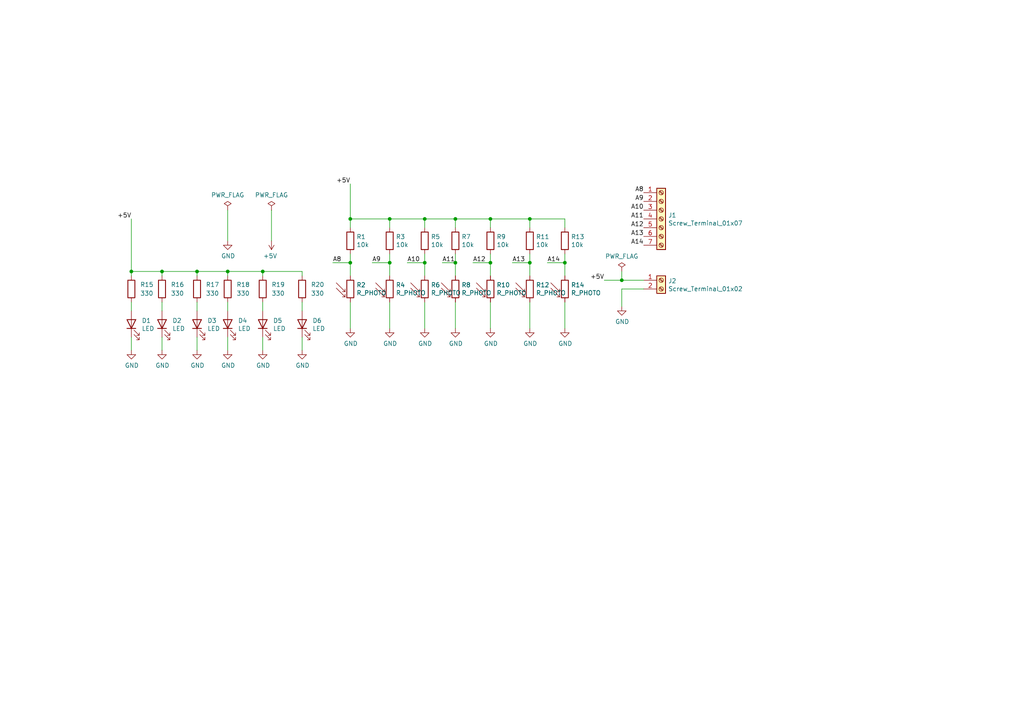
<source format=kicad_sch>
(kicad_sch (version 20211123) (generator eeschema)
  (paper "A4")
  (lib_symbols
    (symbol "Connector:Screw_Terminal_01x02" (pin_names (offset 1.016) hide)
      (property "Reference" "J" (at 0 2.54 0))
      (property "Value" "Screw_Terminal_01x02" (at 0 -5.08 0))
      (symbol "Screw_Terminal_01x02_1_1"
        (rectangle (start -1.27 1.27) (end 1.27 -3.81) (stroke (width 0.254)) (fill (type background)))
        (circle (center 0 -2.54) (radius 0.635) (stroke (width 0.1524)))
        (polyline (pts (xy -0.5334 -2.2098) (xy 0.3302 -3.048)) (stroke (width 0.1524)))
        (polyline (pts (xy -0.5334 0.3302) (xy 0.3302 -0.508)) (stroke (width 0.1524)))
        (polyline (pts (xy -0.3556 -2.032) (xy 0.508 -2.8702)) (stroke (width 0.1524)))
        (polyline (pts (xy -0.3556 0.508) (xy 0.508 -0.3302)) (stroke (width 0.1524)))
        (circle (center 0 0) (radius 0.635) (stroke (width 0.1524)))
        (pin passive line (at -5.08 0 0) (length 3.81) (name "Pin_1") (number "1"))
        (pin passive line (at -5.08 -2.54 0) (length 3.81) (name "Pin_2") (number "2"))
      )
    )
    (symbol "Connector:Screw_Terminal_01x07" (pin_names (offset 1.016) hide)
      (property "Reference" "J" (at 0 10.16 0))
      (property "Value" "Screw_Terminal_01x07" (at 0 -10.16 0))
      (symbol "Screw_Terminal_01x07_1_1"
        (rectangle (start -1.27 8.89) (end 1.27 -8.89) (stroke (width 0.254)) (fill (type background)))
        (circle (center 0 -7.62) (radius 0.635) (stroke (width 0.1524)))
        (circle (center 0 -5.08) (radius 0.635) (stroke (width 0.1524)))
        (circle (center 0 -2.54) (radius 0.635) (stroke (width 0.1524)))
        (polyline (pts (xy -0.5334 -7.2898) (xy 0.3302 -8.128)) (stroke (width 0.1524)))
        (polyline (pts (xy -0.5334 -4.7498) (xy 0.3302 -5.588)) (stroke (width 0.1524)))
        (polyline (pts (xy -0.5334 -2.2098) (xy 0.3302 -3.048)) (stroke (width 0.1524)))
        (polyline (pts (xy -0.5334 0.3302) (xy 0.3302 -0.508)) (stroke (width 0.1524)))
        (polyline (pts (xy -0.5334 2.8702) (xy 0.3302 2.032)) (stroke (width 0.1524)))
        (polyline (pts (xy -0.5334 5.4102) (xy 0.3302 4.572)) (stroke (width 0.1524)))
        (polyline (pts (xy -0.5334 7.9502) (xy 0.3302 7.112)) (stroke (width 0.1524)))
        (polyline (pts (xy -0.3556 -7.112) (xy 0.508 -7.9502)) (stroke (width 0.1524)))
        (polyline (pts (xy -0.3556 -4.572) (xy 0.508 -5.4102)) (stroke (width 0.1524)))
        (polyline (pts (xy -0.3556 -2.032) (xy 0.508 -2.8702)) (stroke (width 0.1524)))
        (polyline (pts (xy -0.3556 0.508) (xy 0.508 -0.3302)) (stroke (width 0.1524)))
        (polyline (pts (xy -0.3556 3.048) (xy 0.508 2.2098)) (stroke (width 0.1524)))
        (polyline (pts (xy -0.3556 5.588) (xy 0.508 4.7498)) (stroke (width 0.1524)))
        (polyline (pts (xy -0.3556 8.128) (xy 0.508 7.2898)) (stroke (width 0.1524)))
        (circle (center 0 0) (radius 0.635) (stroke (width 0.1524)))
        (circle (center 0 2.54) (radius 0.635) (stroke (width 0.1524)))
        (circle (center 0 5.08) (radius 0.635) (stroke (width 0.1524)))
        (circle (center 0 7.62) (radius 0.635) (stroke (width 0.1524)))
        (pin passive line (at -5.08 7.62 0) (length 3.81) (name "Pin_1") (number "1"))
        (pin passive line (at -5.08 5.08 0) (length 3.81) (name "Pin_2") (number "2"))
        (pin passive line (at -5.08 2.54 0) (length 3.81) (name "Pin_3") (number "3"))
        (pin passive line (at -5.08 0 0) (length 3.81) (name "Pin_4") (number "4"))
        (pin passive line (at -5.08 -2.54 0) (length 3.81) (name "Pin_5") (number "5"))
        (pin passive line (at -5.08 -5.08 0) (length 3.81) (name "Pin_6") (number "6"))
        (pin passive line (at -5.08 -7.62 0) (length 3.81) (name "Pin_7") (number "7"))
      )
    )
    (symbol "Device:LED" (pin_numbers hide) (pin_names (offset 1.016) hide)
      (property "Reference" "D" (at 0 2.54 0))
      (property "Value" "LED" (at 0 -2.54 0))
      (symbol "LED_0_1"
        (polyline (pts (xy -1.27 -1.27) (xy -1.27 1.27)) (stroke (width 0.254)))
        (polyline (pts (xy -1.27 0) (xy 1.27 0)))
        (polyline (pts (xy 1.27 -1.27) (xy 1.27 1.27) (xy -1.27 0) (xy 1.27 -1.27)) (stroke (width 0.254)))
        (polyline (pts (xy -3.048 -0.762) (xy -4.572 -2.286) (xy -3.81 -2.286) (xy -4.572 -2.286) (xy -4.572 -1.524)))
        (polyline (pts (xy -1.778 -0.762) (xy -3.302 -2.286) (xy -2.54 -2.286) (xy -3.302 -2.286) (xy -3.302 -1.524)))
      )
      (symbol "LED_1_1"
        (pin passive line (at -3.81 0 0) (length 2.54) (name "K") (number "1"))
        (pin passive line (at 3.81 0 180) (length 2.54) (name "A") (number "2"))
      )
    )
    (symbol "Device:R" (pin_numbers hide) (pin_names (offset 0))
      (property "Reference" "R" (at 2.032 0 90))
      (property "Value" "R" (at 0 0 90))
      (symbol "R_0_1"
        (rectangle (start -1.016 -2.54) (end 1.016 2.54) (stroke (width 0.254)))
      )
      (symbol "R_1_1"
        (pin passive line (at 0 3.81 270) (length 1.27) (name "~") (number "1"))
        (pin passive line (at 0 -3.81 90) (length 1.27) (name "~") (number "2"))
      )
    )
    (symbol "Photo_Resistor_Sensing2-rescue:R_PHOTO-Device" (pin_numbers hide) (pin_names (offset 0))
      (property "Reference" "R" (at 1.27 1.27 0))
      (property "Value" "R_PHOTO-Device" (at 1.27 0 0))
      (symbol "R_PHOTO-Device_0_1"
        (rectangle (start -1.016 2.54) (end 1.016 -2.54) (stroke (width 0.254)))
        (polyline (pts (xy -1.524 -2.286) (xy -4.064 0.254)))
        (polyline (pts (xy -1.524 -2.286) (xy -2.286 -2.286)))
        (polyline (pts (xy -1.524 -2.286) (xy -1.524 -1.524)))
        (polyline (pts (xy -1.524 -0.762) (xy -4.064 1.778)))
        (polyline (pts (xy -1.524 -0.762) (xy -2.286 -0.762)))
        (polyline (pts (xy -1.524 -0.762) (xy -1.524 0)))
      )
      (symbol "R_PHOTO-Device_1_1"
        (pin passive line (at 0 3.81 270) (length 1.27) (name "~") (number "1"))
        (pin passive line (at 0 -3.81 90) (length 1.27) (name "~") (number "2"))
      )
    )
    (symbol "power:+5V" (power) (pin_names (offset 0))
      (property "Value" "+5V" (at 0 3.556 0))
      (symbol "+5V_0_1"
        (polyline (pts (xy -0.762 1.27) (xy 0 2.54)))
        (polyline (pts (xy 0 0) (xy 0 2.54)))
        (polyline (pts (xy 0 2.54) (xy 0.762 1.27)))
      )
      (symbol "+5V_1_1"
        (pin power_in line (at 0 0 90) (length 0) hide (name "+5V") (number "1"))
      )
    )
    (symbol "power:GND" (power) (pin_names (offset 0))
      (property "Value" "GND" (at 0 -3.81 0))
      (symbol "GND_0_1"
        (polyline (pts (xy 0 0) (xy 0 -1.27) (xy 1.27 -1.27) (xy 0 -2.54) (xy -1.27 -1.27) (xy 0 -1.27)))
      )
      (symbol "GND_1_1"
        (pin power_in line (at 0 0 270) (length 0) hide (name "GND") (number "1"))
      )
    )
    (symbol "power:PWR_FLAG" (power) (pin_numbers hide) (pin_names (offset 0) hide)
      (property "Value" "PWR_FLAG" (at 0 3.81 0))
      (symbol "PWR_FLAG_0_0"
        (pin power_out line (at 0 0 90) (length 0) (name "pwr") (number "1"))
      )
      (symbol "PWR_FLAG_0_1"
        (polyline (pts (xy 0 0) (xy 0 1.27) (xy -1.016 1.905) (xy 0 2.54) (xy 1.016 1.905) (xy 0 1.27)))
      )
    )
  )
  (junction (at 46.99 78.74))
  (junction (at 163.83 76.2))
  (junction (at 132.08 76.2))
  (junction (at 101.6 76.2))
  (junction (at 57.15 78.74))
  (junction (at 142.24 76.2))
  (junction (at 142.24 63.5))
  (junction (at 123.19 76.2))
  (junction (at 101.6 63.5))
  (junction (at 123.19 63.5))
  (junction (at 153.67 76.2))
  (junction (at 113.03 76.2))
  (junction (at 153.67 63.5))
  (junction (at 66.04 78.74))
  (junction (at 180.34 81.28))
  (junction (at 76.2 78.74))
  (junction (at 38.1 78.74))
  (junction (at 132.08 63.5))
  (junction (at 113.03 63.5))
  (wire (pts (xy 113.03 76.2) (xy 113.03 80.01)))
  (wire (pts (xy 57.15 87.63) (xy 57.15 90.17)))
  (wire (pts (xy 123.19 66.04) (xy 123.19 63.5)))
  (wire (pts (xy 153.67 76.2) (xy 153.67 80.01)))
  (wire (pts (xy 123.19 76.2) (xy 123.19 80.01)))
  (wire (pts (xy 123.19 73.66) (xy 123.19 76.2)))
  (wire (pts (xy 163.83 87.63) (xy 163.83 95.25)))
  (wire (pts (xy 57.15 78.74) (xy 57.15 80.01)))
  (wire (pts (xy 180.34 81.28) (xy 186.69 81.28)))
  (wire (pts (xy 132.08 76.2) (xy 128.27 76.2)))
  (wire (pts (xy 163.83 63.5) (xy 153.67 63.5)))
  (wire (pts (xy 132.08 76.2) (xy 132.08 80.01)))
  (wire (pts (xy 101.6 73.66) (xy 101.6 76.2)))
  (wire (pts (xy 153.67 66.04) (xy 153.67 63.5)))
  (wire (pts (xy 153.67 76.2) (xy 148.59 76.2)))
  (wire (pts (xy 132.08 63.5) (xy 123.19 63.5)))
  (wire (pts (xy 142.24 73.66) (xy 142.24 76.2)))
  (wire (pts (xy 142.24 63.5) (xy 132.08 63.5)))
  (wire (pts (xy 123.19 63.5) (xy 113.03 63.5)))
  (wire (pts (xy 78.74 60.96) (xy 78.74 69.85)))
  (wire (pts (xy 87.63 80.01) (xy 87.63 78.74)))
  (wire (pts (xy 153.67 87.63) (xy 153.67 95.25)))
  (wire (pts (xy 132.08 87.63) (xy 132.08 95.25)))
  (wire (pts (xy 101.6 53.34) (xy 101.6 63.5)))
  (wire (pts (xy 46.99 78.74) (xy 46.99 80.01)))
  (wire (pts (xy 66.04 87.63) (xy 66.04 90.17)))
  (wire (pts (xy 46.99 87.63) (xy 46.99 90.17)))
  (wire (pts (xy 101.6 63.5) (xy 101.6 66.04)))
  (wire (pts (xy 87.63 78.74) (xy 76.2 78.74)))
  (wire (pts (xy 163.83 66.04) (xy 163.83 63.5)))
  (wire (pts (xy 38.1 87.63) (xy 38.1 90.17)))
  (wire (pts (xy 142.24 76.2) (xy 137.16 76.2)))
  (wire (pts (xy 175.26 81.28) (xy 180.34 81.28)))
  (wire (pts (xy 163.83 76.2) (xy 158.75 76.2)))
  (wire (pts (xy 101.6 76.2) (xy 96.52 76.2)))
  (wire (pts (xy 87.63 87.63) (xy 87.63 90.17)))
  (wire (pts (xy 87.63 97.79) (xy 87.63 101.6)))
  (wire (pts (xy 142.24 76.2) (xy 142.24 80.01)))
  (wire (pts (xy 113.03 76.2) (xy 107.95 76.2)))
  (wire (pts (xy 163.83 76.2) (xy 163.83 80.01)))
  (wire (pts (xy 101.6 87.63) (xy 101.6 95.25)))
  (wire (pts (xy 46.99 78.74) (xy 57.15 78.74)))
  (wire (pts (xy 132.08 73.66) (xy 132.08 76.2)))
  (wire (pts (xy 163.83 73.66) (xy 163.83 76.2)))
  (wire (pts (xy 123.19 87.63) (xy 123.19 95.25)))
  (wire (pts (xy 76.2 97.79) (xy 76.2 101.6)))
  (wire (pts (xy 66.04 97.79) (xy 66.04 101.6)))
  (wire (pts (xy 113.03 73.66) (xy 113.03 76.2)))
  (wire (pts (xy 76.2 87.63) (xy 76.2 90.17)))
  (wire (pts (xy 66.04 78.74) (xy 66.04 80.01)))
  (wire (pts (xy 153.67 73.66) (xy 153.67 76.2)))
  (wire (pts (xy 186.69 83.82) (xy 180.34 83.82)))
  (wire (pts (xy 38.1 78.74) (xy 46.99 78.74)))
  (wire (pts (xy 66.04 60.96) (xy 66.04 69.85)))
  (wire (pts (xy 142.24 87.63) (xy 142.24 95.25)))
  (wire (pts (xy 113.03 87.63) (xy 113.03 95.25)))
  (wire (pts (xy 132.08 66.04) (xy 132.08 63.5)))
  (wire (pts (xy 123.19 76.2) (xy 118.11 76.2)))
  (wire (pts (xy 38.1 78.74) (xy 38.1 80.01)))
  (wire (pts (xy 38.1 97.79) (xy 38.1 101.6)))
  (wire (pts (xy 57.15 97.79) (xy 57.15 101.6)))
  (wire (pts (xy 66.04 78.74) (xy 76.2 78.74)))
  (wire (pts (xy 180.34 78.74) (xy 180.34 81.28)))
  (wire (pts (xy 57.15 78.74) (xy 66.04 78.74)))
  (wire (pts (xy 76.2 78.74) (xy 76.2 80.01)))
  (wire (pts (xy 101.6 76.2) (xy 101.6 80.01)))
  (wire (pts (xy 113.03 63.5) (xy 101.6 63.5)))
  (wire (pts (xy 142.24 66.04) (xy 142.24 63.5)))
  (wire (pts (xy 46.99 97.79) (xy 46.99 101.6)))
  (wire (pts (xy 38.1 63.5) (xy 38.1 78.74)))
  (wire (pts (xy 113.03 66.04) (xy 113.03 63.5)))
  (wire (pts (xy 153.67 63.5) (xy 142.24 63.5)))
  (wire (pts (xy 180.34 83.82) (xy 180.34 88.9)))
  (label "A13" (at 186.69 68.58 180))
  (label "A14" (at 186.69 71.12 180))
  (label "A14" (at 158.75 76.2 0))
  (label "A9" (at 186.69 58.42 180))
  (label "A11" (at 186.69 63.5 180))
  (label "+5V" (at 175.26 81.28 180))
  (label "A11" (at 128.27 76.2 0))
  (label "A8" (at 96.52 76.2 0))
  (label "A10" (at 186.69 60.96 180))
  (label "+5V" (at 101.6 53.34 180))
  (label "A12" (at 137.16 76.2 0))
  (label "A13" (at 148.59 76.2 0))
  (label "A8" (at 186.69 55.88 180))
  (label "A10" (at 118.11 76.2 0))
  (label "A12" (at 186.69 66.04 180))
  (label "+5V" (at 38.1 63.5 180))
  (label "A9" (at 107.95 76.2 0))
  (symbol (lib_id "power:GND") (at 66.04 69.85 0) (unit 1)
    (property "Reference" "#PWR04" (effects hide))
    (property "Value" "GND" (at 66.167 74.2442 0))
  )
  (symbol (lib_id "power:PWR_FLAG") (at 66.04 60.96 0) (unit 1)
    (property "Reference" "#FLG02" (effects hide))
    (property "Value" "PWR_FLAG" (at 66.04 56.5658 0))
  )
  (symbol (lib_id "power:+5V") (at 78.74 69.85 180) (unit 1)
    (property "Reference" "#PWR06" (effects hide))
    (property "Value" "+5V" (at 78.359 74.2442 0))
  )
  (symbol (lib_id "power:PWR_FLAG") (at 78.74 60.96 0) (unit 1)
    (property "Reference" "#FLG03" (effects hide))
    (property "Value" "PWR_FLAG" (at 78.74 56.5658 0))
  )
  (symbol (lib_id "Device:R") (at 101.6 69.85 0) (unit 1)
    (property "Reference" "R1" (at 103.378 68.6816 0) (effects (justify left)))
    (property "Value" "10k" (at 103.378 70.993 0) (effects (justify left)))
    (property "Footprint" "Resistor_THT:R_Axial_DIN0207_L6.3mm_D2.5mm_P10.16mm_Horizontal" (effects hide))
  )
  (symbol (lib_id "Device:R") (at 113.03 69.85 0) (unit 1)
    (property "Reference" "R3" (at 114.808 68.6816 0) (effects (justify left)))
    (property "Value" "10k" (at 114.808 70.993 0) (effects (justify left)))
    (property "Footprint" "Resistor_THT:R_Axial_DIN0207_L6.3mm_D2.5mm_P10.16mm_Horizontal" (effects hide))
  )
  (symbol (lib_id "Device:R") (at 123.19 69.85 0) (unit 1)
    (property "Reference" "R5" (at 124.968 68.6816 0) (effects (justify left)))
    (property "Value" "10k" (at 124.968 70.993 0) (effects (justify left)))
    (property "Footprint" "Resistor_THT:R_Axial_DIN0207_L6.3mm_D2.5mm_P10.16mm_Horizontal" (effects hide))
  )
  (symbol (lib_id "Device:R") (at 132.08 69.85 0) (unit 1)
    (property "Reference" "R7" (at 133.858 68.6816 0) (effects (justify left)))
    (property "Value" "10k" (at 133.858 70.993 0) (effects (justify left)))
    (property "Footprint" "Resistor_THT:R_Axial_DIN0207_L6.3mm_D2.5mm_P10.16mm_Horizontal" (effects hide))
  )
  (symbol (lib_id "Device:R") (at 142.24 69.85 0) (unit 1)
    (property "Reference" "R9" (at 144.018 68.6816 0) (effects (justify left)))
    (property "Value" "10k" (at 144.018 70.993 0) (effects (justify left)))
    (property "Footprint" "Resistor_THT:R_Axial_DIN0207_L6.3mm_D2.5mm_P10.16mm_Horizontal" (effects hide))
  )
  (symbol (lib_id "Device:R") (at 153.67 69.85 0) (unit 1)
    (property "Reference" "R11" (at 155.448 68.6816 0) (effects (justify left)))
    (property "Value" "10k" (at 155.448 70.993 0) (effects (justify left)))
    (property "Footprint" "Resistor_THT:R_Axial_DIN0207_L6.3mm_D2.5mm_P10.16mm_Horizontal" (effects hide))
  )
  (symbol (lib_id "Device:R") (at 163.83 69.85 0) (unit 1)
    (property "Reference" "R13" (at 165.608 68.6816 0) (effects (justify left)))
    (property "Value" "10k" (at 165.608 70.993 0) (effects (justify left)))
    (property "Footprint" "Resistor_THT:R_Axial_DIN0207_L6.3mm_D2.5mm_P10.16mm_Horizontal" (effects hide))
  )
  (symbol (lib_id "Photo_Resistor_Sensing2-rescue:R_PHOTO-Device") (at 101.6 83.82 0) (unit 1)
    (property "Reference" "R2" (at 103.378 82.6516 0) (effects (justify left)))
    (property "Value" "R_PHOTO" (at 103.378 84.963 0) (effects (justify left)))
    (property "Footprint" "Resistor_THT:R_Axial_DIN0204_L3.6mm_D1.6mm_P5.08mm_Horizontal" (effects hide))
  )
  (symbol (lib_id "Photo_Resistor_Sensing2-rescue:R_PHOTO-Device") (at 113.03 83.82 0) (unit 1)
    (property "Reference" "R4" (at 114.808 82.6516 0) (effects (justify left)))
    (property "Value" "R_PHOTO" (at 114.808 84.963 0) (effects (justify left)))
    (property "Footprint" "Resistor_THT:R_Axial_DIN0204_L3.6mm_D1.6mm_P5.08mm_Horizontal" (effects hide))
  )
  (symbol (lib_id "Photo_Resistor_Sensing2-rescue:R_PHOTO-Device") (at 123.19 83.82 0) (unit 1)
    (property "Reference" "R6" (at 124.968 82.6516 0) (effects (justify left)))
    (property "Value" "R_PHOTO" (at 124.968 84.963 0) (effects (justify left)))
    (property "Footprint" "Resistor_THT:R_Axial_DIN0204_L3.6mm_D1.6mm_P5.08mm_Horizontal" (effects hide))
  )
  (symbol (lib_id "Photo_Resistor_Sensing2-rescue:R_PHOTO-Device") (at 132.08 83.82 0) (unit 1)
    (property "Reference" "R8" (at 133.858 82.6516 0) (effects (justify left)))
    (property "Value" "R_PHOTO" (at 133.858 84.963 0) (effects (justify left)))
    (property "Footprint" "Resistor_THT:R_Axial_DIN0204_L3.6mm_D1.6mm_P5.08mm_Horizontal" (effects hide))
  )
  (symbol (lib_id "Photo_Resistor_Sensing2-rescue:R_PHOTO-Device") (at 142.24 83.82 0) (unit 1)
    (property "Reference" "R10" (at 144.018 82.6516 0) (effects (justify left)))
    (property "Value" "R_PHOTO" (at 144.018 84.963 0) (effects (justify left)))
    (property "Footprint" "Resistor_THT:R_Axial_DIN0204_L3.6mm_D1.6mm_P5.08mm_Horizontal" (effects hide))
  )
  (symbol (lib_id "Photo_Resistor_Sensing2-rescue:R_PHOTO-Device") (at 153.67 83.82 0) (unit 1)
    (property "Reference" "R12" (at 155.448 82.6516 0) (effects (justify left)))
    (property "Value" "R_PHOTO" (at 155.448 84.963 0) (effects (justify left)))
    (property "Footprint" "Resistor_THT:R_Axial_DIN0204_L3.6mm_D1.6mm_P5.08mm_Horizontal" (effects hide))
  )
  (symbol (lib_id "Photo_Resistor_Sensing2-rescue:R_PHOTO-Device") (at 163.83 83.82 0) (unit 1)
    (property "Reference" "R14" (at 165.608 82.6516 0) (effects (justify left)))
    (property "Value" "R_PHOTO" (at 165.608 84.963 0) (effects (justify left)))
    (property "Footprint" "Resistor_THT:R_Axial_DIN0204_L3.6mm_D1.6mm_P5.08mm_Horizontal" (effects hide))
  )
  (symbol (lib_id "power:GND") (at 101.6 95.25 0) (unit 1)
    (property "Reference" "#PWR07" (effects hide))
    (property "Value" "GND" (at 101.727 99.6442 0))
  )
  (symbol (lib_id "power:GND") (at 113.03 95.25 0) (unit 1)
    (property "Reference" "#PWR08" (effects hide))
    (property "Value" "GND" (at 113.157 99.6442 0))
  )
  (symbol (lib_id "power:GND") (at 123.19 95.25 0) (unit 1)
    (property "Reference" "#PWR09" (effects hide))
    (property "Value" "GND" (at 123.317 99.6442 0))
  )
  (symbol (lib_id "power:GND") (at 132.08 95.25 0) (unit 1)
    (property "Reference" "#PWR010" (effects hide))
    (property "Value" "GND" (at 132.207 99.6442 0))
  )
  (symbol (lib_id "power:GND") (at 142.24 95.25 0) (unit 1)
    (property "Reference" "#PWR011" (effects hide))
    (property "Value" "GND" (at 142.367 99.6442 0))
  )
  (symbol (lib_id "power:GND") (at 153.67 95.25 0) (unit 1)
    (property "Reference" "#PWR012" (effects hide))
    (property "Value" "GND" (at 153.797 99.6442 0))
  )
  (symbol (lib_id "power:GND") (at 163.83 95.25 0) (unit 1)
    (property "Reference" "#PWR013" (effects hide))
    (property "Value" "GND" (at 163.957 99.6442 0))
  )
  (symbol (lib_id "Device:LED") (at 38.1 93.98 90) (unit 1)
    (property "Reference" "D1" (at 41.0972 92.9894 90) (effects (justify right)))
    (property "Value" "LED" (at 41.0972 95.3008 90) (effects (justify right)))
    (property "Footprint" "LED_THT:LED_D5.0mm" (effects hide))
  )
  (symbol (lib_id "Device:LED") (at 46.99 93.98 90) (unit 1)
    (property "Reference" "D2" (at 49.9872 92.9894 90) (effects (justify right)))
    (property "Value" "LED" (at 49.9872 95.3008 90) (effects (justify right)))
    (property "Footprint" "LED_THT:LED_D5.0mm" (effects hide))
  )
  (symbol (lib_id "Device:LED") (at 57.15 93.98 90) (unit 1)
    (property "Reference" "D3" (at 60.1472 92.9894 90) (effects (justify right)))
    (property "Value" "LED" (at 60.1472 95.3008 90) (effects (justify right)))
    (property "Footprint" "LED_THT:LED_D5.0mm" (effects hide))
  )
  (symbol (lib_id "Device:LED") (at 66.04 93.98 90) (unit 1)
    (property "Reference" "D4" (at 69.0372 92.9894 90) (effects (justify right)))
    (property "Value" "LED" (at 69.0372 95.3008 90) (effects (justify right)))
    (property "Footprint" "LED_THT:LED_D5.0mm" (effects hide))
  )
  (symbol (lib_id "power:GND") (at 38.1 101.6 0) (unit 1)
    (property "Reference" "#PWR01" (effects hide))
    (property "Value" "GND" (at 38.227 105.9942 0))
  )
  (symbol (lib_id "power:GND") (at 46.99 101.6 0) (unit 1)
    (property "Reference" "#PWR02" (effects hide))
    (property "Value" "GND" (at 47.117 105.9942 0))
  )
  (symbol (lib_id "power:GND") (at 57.15 101.6 0) (unit 1)
    (property "Reference" "#PWR03" (effects hide))
    (property "Value" "GND" (at 57.277 105.9942 0))
  )
  (symbol (lib_id "power:GND") (at 66.04 101.6 0) (unit 1)
    (property "Reference" "#PWR05" (effects hide))
    (property "Value" "GND" (at 66.167 105.9942 0))
  )
  (symbol (lib_id "Connector:Screw_Terminal_01x07") (at 191.77 63.5 0) (unit 1)
    (property "Reference" "J1" (at 193.802 62.4332 0) (effects (justify left)))
    (property "Value" "Screw_Terminal_01x07" (at 193.802 64.7446 0) (effects (justify left)))
    (property "Footprint" "TerminalBlock_Phoenix:TerminalBlock_Phoenix_PT-1,5-7-3.5-H_1x07_P3.50mm_Horizontal" (effects hide))
  )
  (symbol (lib_id "Connector:Screw_Terminal_01x02") (at 191.77 81.28 0) (unit 1)
    (property "Reference" "J2" (at 193.802 81.4832 0) (effects (justify left)))
    (property "Value" "Screw_Terminal_01x02" (at 193.802 83.7946 0) (effects (justify left)))
    (property "Footprint" "TerminalBlock_Phoenix:TerminalBlock_Phoenix_PT-1,5-2-3.5-H_1x02_P3.50mm_Horizontal" (effects hide))
  )
  (symbol (lib_id "power:PWR_FLAG") (at 180.34 78.74 0) (unit 1)
    (property "Reference" "#FLG05" (effects hide))
    (property "Value" "PWR_FLAG" (at 180.34 74.3458 0))
  )
  (symbol (lib_id "power:GND") (at 180.34 88.9 0) (unit 1)
    (property "Reference" "#PWR014" (effects hide))
    (property "Value" "GND" (at 180.467 93.2942 0))
  )
  (symbol (lib_id "Device:LED") (at 87.63 93.98 90) (unit 1)
    (property "Reference" "D6" (at 90.6272 92.9894 90) (effects (justify right)))
    (property "Value" "LED" (at 90.6272 95.3008 90) (effects (justify right)))
    (property "Footprint" "LED_THT:LED_D5.0mm" (effects hide))
  )
  (symbol (lib_id "Device:R") (at 57.15 83.82 0) (unit 1)
    (property "Reference" "R17" (at 59.69 82.5499 0) (effects (justify left)))
    (property "Value" "330" (at 59.69 85.0899 0) (effects (justify left)))
    (property "Footprint" "Resistor_THT:R_Axial_DIN0207_L6.3mm_D2.5mm_P10.16mm_Horizontal" (effects hide))
  )
  (symbol (lib_id "Device:R") (at 66.04 83.82 0) (unit 1)
    (property "Reference" "R18" (at 68.58 82.5499 0) (effects (justify left)))
    (property "Value" "330" (at 68.58 85.0899 0) (effects (justify left)))
    (property "Footprint" "Resistor_THT:R_Axial_DIN0207_L6.3mm_D2.5mm_P10.16mm_Horizontal" (effects hide))
  )
  (symbol (lib_id "power:GND") (at 76.2 101.6 0) (unit 1)
    (property "Reference" "#PWR015" (effects hide))
    (property "Value" "GND" (at 76.327 105.9942 0))
  )
  (symbol (lib_id "Device:LED") (at 76.2 93.98 90) (unit 1)
    (property "Reference" "D5" (at 79.1972 92.9894 90) (effects (justify right)))
    (property "Value" "LED" (at 79.1972 95.3008 90) (effects (justify right)))
    (property "Footprint" "LED_THT:LED_D5.0mm" (effects hide))
  )
  (symbol (lib_id "Device:R") (at 46.99 83.82 0) (unit 1)
    (property "Reference" "R16" (at 49.53 82.5499 0) (effects (justify left)))
    (property "Value" "330" (at 49.53 85.0899 0) (effects (justify left)))
    (property "Footprint" "Resistor_THT:R_Axial_DIN0207_L6.3mm_D2.5mm_P10.16mm_Horizontal" (effects hide))
  )
  (symbol (lib_id "Device:R") (at 38.1 83.82 0) (unit 1)
    (property "Reference" "R15" (at 40.64 82.5499 0) (effects (justify left)))
    (property "Value" "330" (at 40.64 85.0899 0) (effects (justify left)))
    (property "Footprint" "Resistor_THT:R_Axial_DIN0207_L6.3mm_D2.5mm_P10.16mm_Horizontal" (effects hide))
  )
  (symbol (lib_id "Device:R") (at 87.63 83.82 0) (unit 1)
    (property "Reference" "R20" (at 90.17 82.5499 0) (effects (justify left)))
    (property "Value" "330" (at 90.17 85.0899 0) (effects (justify left)))
    (property "Footprint" "Resistor_THT:R_Axial_DIN0207_L6.3mm_D2.5mm_P10.16mm_Horizontal" (effects hide))
  )
  (symbol (lib_id "Device:R") (at 76.2 83.82 0) (unit 1)
    (property "Reference" "R19" (at 78.74 82.5499 0) (effects (justify left)))
    (property "Value" "330" (at 78.74 85.0899 0) (effects (justify left)))
    (property "Footprint" "Resistor_THT:R_Axial_DIN0207_L6.3mm_D2.5mm_P10.16mm_Horizontal" (effects hide))
  )
  (symbol (lib_id "power:GND") (at 87.63 101.6 0) (unit 1)
    (property "Reference" "#PWR016" (effects hide))
    (property "Value" "GND" (at 87.757 105.9942 0))
  )
)
</source>
